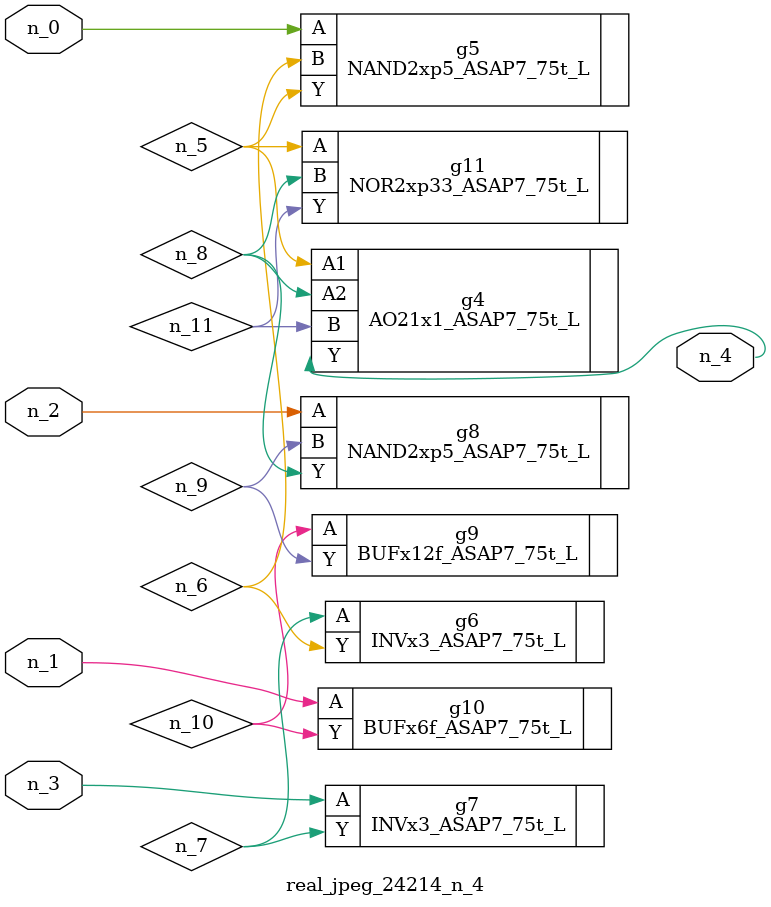
<source format=v>
module real_jpeg_24214_n_4 (n_3, n_1, n_0, n_2, n_4);

input n_3;
input n_1;
input n_0;
input n_2;

output n_4;

wire n_5;
wire n_8;
wire n_11;
wire n_6;
wire n_7;
wire n_10;
wire n_9;

NAND2xp5_ASAP7_75t_L g5 ( 
.A(n_0),
.B(n_6),
.Y(n_5)
);

BUFx6f_ASAP7_75t_L g10 ( 
.A(n_1),
.Y(n_10)
);

NAND2xp5_ASAP7_75t_L g8 ( 
.A(n_2),
.B(n_9),
.Y(n_8)
);

INVx3_ASAP7_75t_L g7 ( 
.A(n_3),
.Y(n_7)
);

AO21x1_ASAP7_75t_L g4 ( 
.A1(n_5),
.A2(n_8),
.B(n_11),
.Y(n_4)
);

NOR2xp33_ASAP7_75t_L g11 ( 
.A(n_5),
.B(n_8),
.Y(n_11)
);

INVx3_ASAP7_75t_L g6 ( 
.A(n_7),
.Y(n_6)
);

BUFx12f_ASAP7_75t_L g9 ( 
.A(n_10),
.Y(n_9)
);


endmodule
</source>
